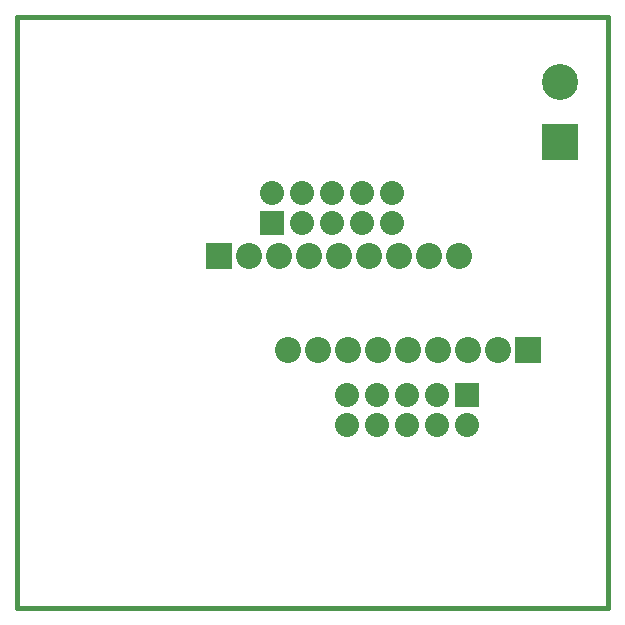
<source format=gbs>
G04 #@! TF.GenerationSoftware,KiCad,Pcbnew,5.0.0-fee4fd1~66~ubuntu16.04.1*
G04 #@! TF.CreationDate,2018-09-27T11:54:36+02:00*
G04 #@! TF.ProjectId,IN16_optoToESP8266,494E31365F6F70746F546F4553503832,rev?*
G04 #@! TF.SameCoordinates,Original*
G04 #@! TF.FileFunction,Soldermask,Bot*
G04 #@! TF.FilePolarity,Negative*
%FSLAX46Y46*%
G04 Gerber Fmt 4.6, Leading zero omitted, Abs format (unit mm)*
G04 Created by KiCad (PCBNEW 5.0.0-fee4fd1~66~ubuntu16.04.1) date Thu Sep 27 11:54:36 2018*
%MOMM*%
%LPD*%
G01*
G04 APERTURE LIST*
%ADD10C,0.381000*%
%ADD11R,2.032000X2.032000*%
%ADD12C,2.032000*%
%ADD13R,3.048000X3.048000*%
%ADD14C,3.048000*%
%ADD15R,2.208000X2.208000*%
%ADD16O,2.208000X2.208000*%
G04 APERTURE END LIST*
D10*
X134000000Y-98000000D02*
X184000000Y-98000000D01*
X134000000Y-48000000D02*
X134000000Y-98000000D01*
X184000000Y-48000000D02*
X134000000Y-48000000D01*
X184000000Y-98000000D02*
X184000000Y-48000000D01*
D11*
G04 #@! TO.C,P1*
X155575000Y-65405000D03*
D12*
X155575000Y-62865000D03*
X158115000Y-65405000D03*
X158115000Y-62865000D03*
X160655000Y-65405000D03*
X160655000Y-62865000D03*
X163195000Y-65405000D03*
X163195000Y-62865000D03*
X165735000Y-65405000D03*
X165735000Y-62865000D03*
G04 #@! TD*
D11*
G04 #@! TO.C,P0*
X172085000Y-80010000D03*
D12*
X172085000Y-82550000D03*
X169545000Y-80010000D03*
X169545000Y-82550000D03*
X167005000Y-80010000D03*
X167005000Y-82550000D03*
X164465000Y-80010000D03*
X164465000Y-82550000D03*
X161925000Y-80010000D03*
X161925000Y-82550000D03*
G04 #@! TD*
D13*
G04 #@! TO.C,P3*
X180000000Y-58540000D03*
D14*
X180000000Y-53460000D03*
G04 #@! TD*
D15*
G04 #@! TO.C,RN1*
X177292000Y-76200000D03*
D16*
X174752000Y-76200000D03*
X172212000Y-76200000D03*
X169672000Y-76200000D03*
X167132000Y-76200000D03*
X164592000Y-76200000D03*
X162052000Y-76200000D03*
X159512000Y-76200000D03*
X156972000Y-76200000D03*
G04 #@! TD*
D15*
G04 #@! TO.C,RN2*
X151130000Y-68199000D03*
D16*
X153670000Y-68199000D03*
X156210000Y-68199000D03*
X158750000Y-68199000D03*
X161290000Y-68199000D03*
X163830000Y-68199000D03*
X166370000Y-68199000D03*
X168910000Y-68199000D03*
X171450000Y-68199000D03*
G04 #@! TD*
M02*

</source>
